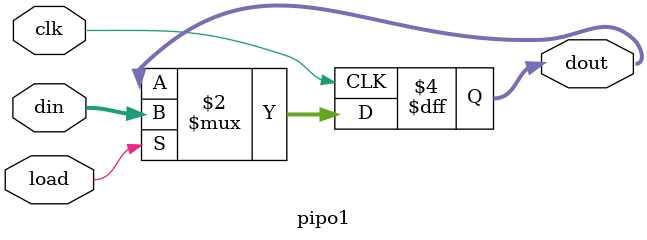
<source format=v>
`timescale 1ns / 1ps


module pipo1(input clk,load,
input [15:0] din,output reg[15:0] dout);
always@(posedge(clk)) 
if(load) dout<=din;
endmodule

</source>
